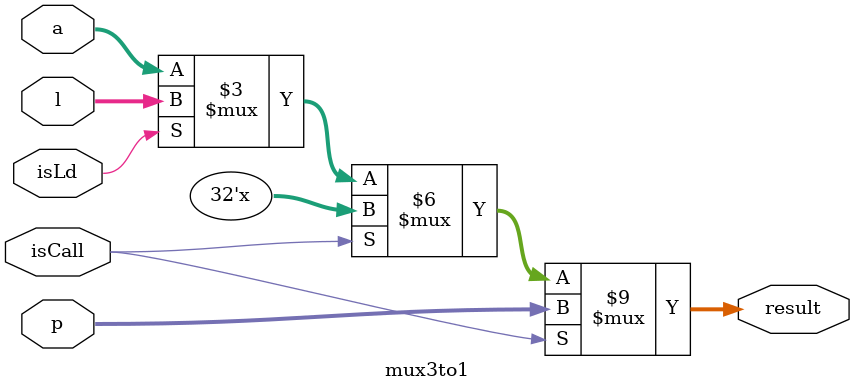
<source format=v>
module mux3to1 (
    input [31:0] a,   // ALU result input
    input [31:0] l,    // Load result input
    input [31:0] p,          // Program counter input
    input isLd,               // Control signal for load
    input isCall,             // Control signal for call
    output reg [31:0] result  // Mux output
);

    always @(*) begin
        if (isCall)
            result = p;       // If isCall is active, select the PC value
        else if (isLd)
            result = l; // If isLd is active, select the Load result
        else
            result = a; // Default to ALU result
    end

endmodule

</source>
